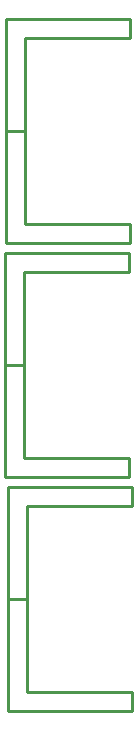
<source format=gm1>
%FSTAX24Y24*%
%MOIN*%
%SFA1B1*%

%IPPOS*%
%ADD20C,0.010000*%
%LNpcb-1*%
%LPD*%
G54D20*
X022972Y0244D02*
X023612D01*
X022972Y02814D02*
X027106D01*
X022972Y02066D02*
Y02814D01*
X022973Y02066D02*
X027106D01*
Y0213*
Y0275D02*
Y02814D01*
X023612Y0213D02*
Y0275D01*
Y0213D02*
X027106D01*
X023612Y0275D02*
X027106D01*
X0235Y0353D02*
X026994D01*
X0235Y0291D02*
X026994D01*
X0235D02*
Y0353D01*
X026994D02*
Y03594D01*
Y02846D02*
Y0291D01*
X02286Y02846D02*
X026994D01*
X02286D02*
Y03594D01*
X026994*
X02286Y0322D02*
X0235D01*
X02355Y0431D02*
X027044D01*
X02355Y0369D02*
X027044D01*
X02355D02*
Y0431D01*
X027044D02*
Y04374D01*
Y03626D02*
Y0369D01*
X02291Y03626D02*
X027044D01*
X02291D02*
Y04374D01*
X027044*
X02291Y04D02*
X02355D01*
M02*
</source>
